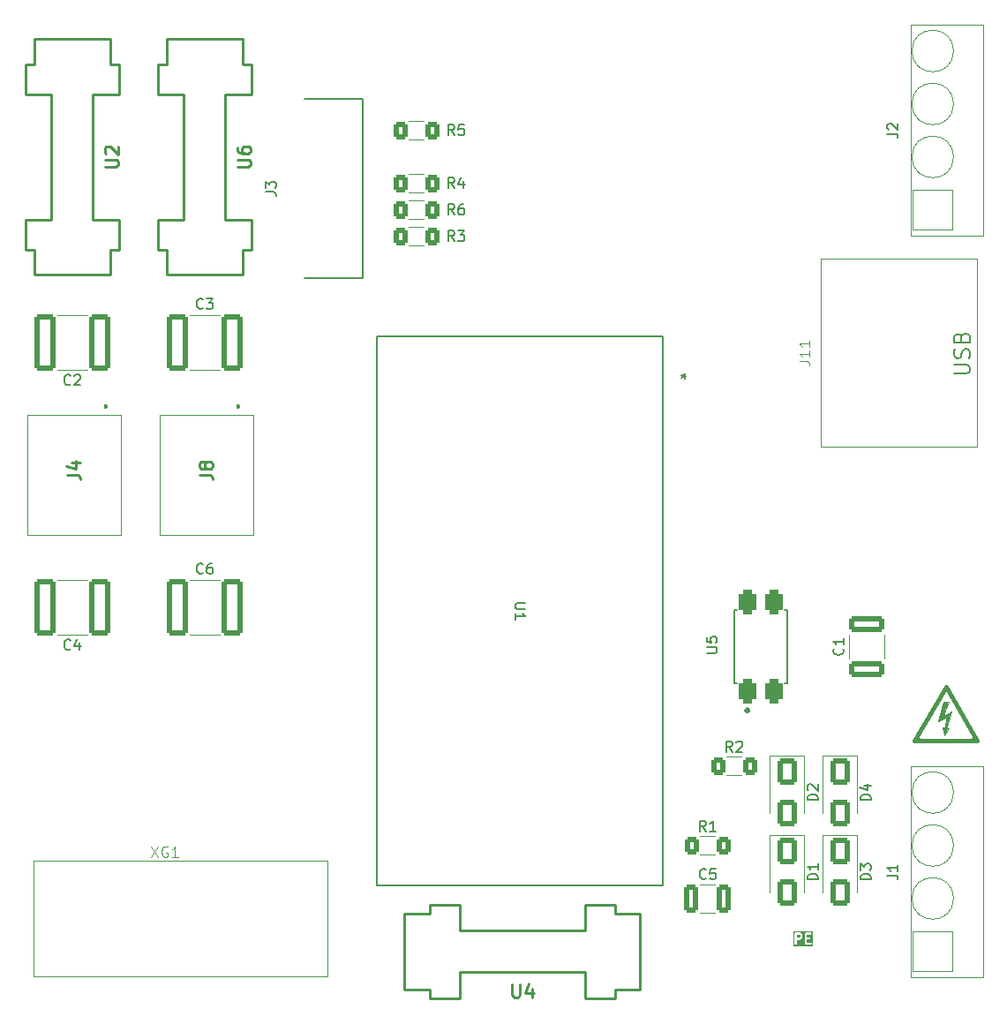
<source format=gbr>
%TF.GenerationSoftware,KiCad,Pcbnew,8.0.6-8.0.6-0~ubuntu24.04.1*%
%TF.CreationDate,2024-12-11T16:39:26+03:00*%
%TF.ProjectId,PM-PS,504d2d50-532e-46b6-9963-61645f706362,rev?*%
%TF.SameCoordinates,Original*%
%TF.FileFunction,Legend,Top*%
%TF.FilePolarity,Positive*%
%FSLAX46Y46*%
G04 Gerber Fmt 4.6, Leading zero omitted, Abs format (unit mm)*
G04 Created by KiCad (PCBNEW 8.0.6-8.0.6-0~ubuntu24.04.1) date 2024-12-11 16:39:26*
%MOMM*%
%LPD*%
G01*
G04 APERTURE LIST*
G04 Aperture macros list*
%AMRoundRect*
0 Rectangle with rounded corners*
0 $1 Rounding radius*
0 $2 $3 $4 $5 $6 $7 $8 $9 X,Y pos of 4 corners*
0 Add a 4 corners polygon primitive as box body*
4,1,4,$2,$3,$4,$5,$6,$7,$8,$9,$2,$3,0*
0 Add four circle primitives for the rounded corners*
1,1,$1+$1,$2,$3*
1,1,$1+$1,$4,$5*
1,1,$1+$1,$6,$7*
1,1,$1+$1,$8,$9*
0 Add four rect primitives between the rounded corners*
20,1,$1+$1,$2,$3,$4,$5,0*
20,1,$1+$1,$4,$5,$6,$7,0*
20,1,$1+$1,$6,$7,$8,$9,0*
20,1,$1+$1,$8,$9,$2,$3,0*%
G04 Aperture macros list end*
%ADD10C,0.200000*%
%ADD11C,0.100000*%
%ADD12C,0.150000*%
%ADD13C,0.254000*%
%ADD14C,0.050000*%
%ADD15C,0.120000*%
%ADD16C,0.300000*%
%ADD17C,0.152400*%
%ADD18C,0.400000*%
%ADD19C,0.101600*%
%ADD20C,0.127000*%
%ADD21C,1.800000*%
%ADD22RoundRect,0.250000X0.400000X0.625000X-0.400000X0.625000X-0.400000X-0.625000X0.400000X-0.625000X0*%
%ADD23RoundRect,0.250000X-0.650000X1.000000X-0.650000X-1.000000X0.650000X-1.000000X0.650000X1.000000X0*%
%ADD24C,1.950000*%
%ADD25RoundRect,0.250000X-0.412500X-1.100000X0.412500X-1.100000X0.412500X1.100000X-0.412500X1.100000X0*%
%ADD26R,3.500000X3.500000*%
%ADD27C,3.500000*%
%ADD28C,1.803400*%
%ADD29RoundRect,0.249999X-0.737501X-2.450001X0.737501X-2.450001X0.737501X2.450001X-0.737501X2.450001X0*%
%ADD30RoundRect,0.249999X0.737501X2.450001X-0.737501X2.450001X-0.737501X-2.450001X0.737501X-2.450001X0*%
%ADD31C,2.650000*%
%ADD32C,2.350000*%
%ADD33RoundRect,0.250000X-0.400000X-0.625000X0.400000X-0.625000X0.400000X0.625000X-0.400000X0.625000X0*%
%ADD34RoundRect,0.250000X1.450000X-0.537500X1.450000X0.537500X-1.450000X0.537500X-1.450000X-0.537500X0*%
%ADD35C,2.500000*%
%ADD36R,1.524000X1.524000*%
%ADD37C,1.524000*%
%ADD38R,1.803400X0.635000*%
%ADD39R,2.997200X2.590800*%
%ADD40RoundRect,0.443500X0.443500X-0.723500X0.443500X0.723500X-0.443500X0.723500X-0.443500X-0.723500X0*%
%ADD41O,6.350000X6.350000*%
G04 APERTURE END LIST*
D10*
G36*
X31702668Y-41582024D02*
G01*
X31727337Y-41606692D01*
X31757142Y-41666302D01*
X31757142Y-41761945D01*
X31727337Y-41821554D01*
X31702668Y-41846222D01*
X31643059Y-41876028D01*
X31385714Y-41876028D01*
X31385714Y-41552219D01*
X31643059Y-41552219D01*
X31702668Y-41582024D01*
G37*
G36*
X32971094Y-42663330D02*
G01*
X31074603Y-42663330D01*
X31074603Y-41452219D01*
X31185714Y-41452219D01*
X31185714Y-42452219D01*
X31187635Y-42471728D01*
X31202567Y-42507776D01*
X31230157Y-42535366D01*
X31266205Y-42550298D01*
X31305223Y-42550298D01*
X31341271Y-42535366D01*
X31368861Y-42507776D01*
X31383793Y-42471728D01*
X31385714Y-42452219D01*
X31385714Y-42076028D01*
X31666666Y-42076028D01*
X31686175Y-42074107D01*
X31689495Y-42072731D01*
X31693079Y-42072477D01*
X31711387Y-42065471D01*
X31806625Y-42017852D01*
X31815021Y-42012566D01*
X31817461Y-42011556D01*
X31820207Y-42009302D01*
X31823215Y-42007409D01*
X31824944Y-42005414D01*
X31832615Y-41999120D01*
X31880233Y-41951501D01*
X31886525Y-41943834D01*
X31888523Y-41942102D01*
X31890416Y-41939093D01*
X31892670Y-41936348D01*
X31893680Y-41933907D01*
X31898966Y-41925511D01*
X31946585Y-41830274D01*
X31953591Y-41811965D01*
X31953845Y-41808381D01*
X31955221Y-41805061D01*
X31957142Y-41785552D01*
X31957142Y-41642695D01*
X31955221Y-41623186D01*
X31953845Y-41619865D01*
X31953591Y-41616282D01*
X31946585Y-41597973D01*
X31898966Y-41502736D01*
X31893680Y-41494339D01*
X31892670Y-41491899D01*
X31890416Y-41489153D01*
X31888523Y-41486145D01*
X31886525Y-41484412D01*
X31880233Y-41476746D01*
X31855707Y-41452219D01*
X32185714Y-41452219D01*
X32185714Y-42452219D01*
X32187635Y-42471728D01*
X32202567Y-42507776D01*
X32230157Y-42535366D01*
X32266205Y-42550298D01*
X32285714Y-42552219D01*
X32761904Y-42552219D01*
X32781413Y-42550298D01*
X32817461Y-42535366D01*
X32845051Y-42507776D01*
X32859983Y-42471728D01*
X32859983Y-42432710D01*
X32845051Y-42396662D01*
X32817461Y-42369072D01*
X32781413Y-42354140D01*
X32761904Y-42352219D01*
X32385714Y-42352219D01*
X32385714Y-42028409D01*
X32619047Y-42028409D01*
X32638556Y-42026488D01*
X32674604Y-42011556D01*
X32702194Y-41983966D01*
X32717126Y-41947918D01*
X32717126Y-41908900D01*
X32702194Y-41872852D01*
X32674604Y-41845262D01*
X32638556Y-41830330D01*
X32619047Y-41828409D01*
X32385714Y-41828409D01*
X32385714Y-41552219D01*
X32761904Y-41552219D01*
X32781413Y-41550298D01*
X32817461Y-41535366D01*
X32845051Y-41507776D01*
X32859983Y-41471728D01*
X32859983Y-41432710D01*
X32845051Y-41396662D01*
X32817461Y-41369072D01*
X32781413Y-41354140D01*
X32761904Y-41352219D01*
X32285714Y-41352219D01*
X32266205Y-41354140D01*
X32230157Y-41369072D01*
X32202567Y-41396662D01*
X32187635Y-41432710D01*
X32185714Y-41452219D01*
X31855707Y-41452219D01*
X31832615Y-41429127D01*
X31824944Y-41422832D01*
X31823215Y-41420838D01*
X31820207Y-41418944D01*
X31817461Y-41416691D01*
X31815021Y-41415680D01*
X31806625Y-41410395D01*
X31711387Y-41362776D01*
X31693079Y-41355770D01*
X31689495Y-41355515D01*
X31686175Y-41354140D01*
X31666666Y-41352219D01*
X31285714Y-41352219D01*
X31266205Y-41354140D01*
X31230157Y-41369072D01*
X31202567Y-41396662D01*
X31187635Y-41432710D01*
X31185714Y-41452219D01*
X31074603Y-41452219D01*
X31074603Y-41241108D01*
X32971094Y-41241108D01*
X32971094Y-42663330D01*
G37*
D11*
X-30519524Y-33112419D02*
X-29852858Y-34112419D01*
X-29852858Y-33112419D02*
X-30519524Y-34112419D01*
X-28948096Y-33160038D02*
X-29043334Y-33112419D01*
X-29043334Y-33112419D02*
X-29186191Y-33112419D01*
X-29186191Y-33112419D02*
X-29329048Y-33160038D01*
X-29329048Y-33160038D02*
X-29424286Y-33255276D01*
X-29424286Y-33255276D02*
X-29471905Y-33350514D01*
X-29471905Y-33350514D02*
X-29519524Y-33540990D01*
X-29519524Y-33540990D02*
X-29519524Y-33683847D01*
X-29519524Y-33683847D02*
X-29471905Y-33874323D01*
X-29471905Y-33874323D02*
X-29424286Y-33969561D01*
X-29424286Y-33969561D02*
X-29329048Y-34064800D01*
X-29329048Y-34064800D02*
X-29186191Y-34112419D01*
X-29186191Y-34112419D02*
X-29090953Y-34112419D01*
X-29090953Y-34112419D02*
X-28948096Y-34064800D01*
X-28948096Y-34064800D02*
X-28900477Y-34017180D01*
X-28900477Y-34017180D02*
X-28900477Y-33683847D01*
X-28900477Y-33683847D02*
X-29090953Y-33683847D01*
X-27948096Y-34112419D02*
X-28519524Y-34112419D01*
X-28233810Y-34112419D02*
X-28233810Y-33112419D01*
X-28233810Y-33112419D02*
X-28329048Y-33255276D01*
X-28329048Y-33255276D02*
X-28424286Y-33350514D01*
X-28424286Y-33350514D02*
X-28519524Y-33398133D01*
D12*
X-1436667Y35105181D02*
X-1770000Y35581372D01*
X-2008095Y35105181D02*
X-2008095Y36105181D01*
X-2008095Y36105181D02*
X-1627143Y36105181D01*
X-1627143Y36105181D02*
X-1531905Y36057562D01*
X-1531905Y36057562D02*
X-1484286Y36009943D01*
X-1484286Y36009943D02*
X-1436667Y35914705D01*
X-1436667Y35914705D02*
X-1436667Y35771848D01*
X-1436667Y35771848D02*
X-1484286Y35676610D01*
X-1484286Y35676610D02*
X-1531905Y35628991D01*
X-1531905Y35628991D02*
X-1627143Y35581372D01*
X-1627143Y35581372D02*
X-2008095Y35581372D01*
X-531905Y36105181D02*
X-1008095Y36105181D01*
X-1008095Y36105181D02*
X-1055714Y35628991D01*
X-1055714Y35628991D02*
X-1008095Y35676610D01*
X-1008095Y35676610D02*
X-912857Y35724229D01*
X-912857Y35724229D02*
X-674762Y35724229D01*
X-674762Y35724229D02*
X-579524Y35676610D01*
X-579524Y35676610D02*
X-531905Y35628991D01*
X-531905Y35628991D02*
X-484286Y35533753D01*
X-484286Y35533753D02*
X-484286Y35295658D01*
X-484286Y35295658D02*
X-531905Y35200420D01*
X-531905Y35200420D02*
X-579524Y35152800D01*
X-579524Y35152800D02*
X-674762Y35105181D01*
X-674762Y35105181D02*
X-912857Y35105181D01*
X-912857Y35105181D02*
X-1008095Y35152800D01*
X-1008095Y35152800D02*
X-1055714Y35200420D01*
X33434819Y-28678094D02*
X32434819Y-28678094D01*
X32434819Y-28678094D02*
X32434819Y-28439999D01*
X32434819Y-28439999D02*
X32482438Y-28297142D01*
X32482438Y-28297142D02*
X32577676Y-28201904D01*
X32577676Y-28201904D02*
X32672914Y-28154285D01*
X32672914Y-28154285D02*
X32863390Y-28106666D01*
X32863390Y-28106666D02*
X33006247Y-28106666D01*
X33006247Y-28106666D02*
X33196723Y-28154285D01*
X33196723Y-28154285D02*
X33291961Y-28201904D01*
X33291961Y-28201904D02*
X33387200Y-28297142D01*
X33387200Y-28297142D02*
X33434819Y-28439999D01*
X33434819Y-28439999D02*
X33434819Y-28678094D01*
X32530057Y-27725713D02*
X32482438Y-27678094D01*
X32482438Y-27678094D02*
X32434819Y-27582856D01*
X32434819Y-27582856D02*
X32434819Y-27344761D01*
X32434819Y-27344761D02*
X32482438Y-27249523D01*
X32482438Y-27249523D02*
X32530057Y-27201904D01*
X32530057Y-27201904D02*
X32625295Y-27154285D01*
X32625295Y-27154285D02*
X32720533Y-27154285D01*
X32720533Y-27154285D02*
X32863390Y-27201904D01*
X32863390Y-27201904D02*
X33434819Y-27773332D01*
X33434819Y-27773332D02*
X33434819Y-27154285D01*
D13*
X-25905682Y2541668D02*
X-24998539Y2541668D01*
X-24998539Y2541668D02*
X-24817111Y2481191D01*
X-24817111Y2481191D02*
X-24696158Y2360239D01*
X-24696158Y2360239D02*
X-24635682Y2178810D01*
X-24635682Y2178810D02*
X-24635682Y2057858D01*
X-25361397Y3327858D02*
X-25421873Y3206906D01*
X-25421873Y3206906D02*
X-25482349Y3146429D01*
X-25482349Y3146429D02*
X-25603301Y3085953D01*
X-25603301Y3085953D02*
X-25663778Y3085953D01*
X-25663778Y3085953D02*
X-25784730Y3146429D01*
X-25784730Y3146429D02*
X-25845206Y3206906D01*
X-25845206Y3206906D02*
X-25905682Y3327858D01*
X-25905682Y3327858D02*
X-25905682Y3569763D01*
X-25905682Y3569763D02*
X-25845206Y3690715D01*
X-25845206Y3690715D02*
X-25784730Y3751191D01*
X-25784730Y3751191D02*
X-25663778Y3811668D01*
X-25663778Y3811668D02*
X-25603301Y3811668D01*
X-25603301Y3811668D02*
X-25482349Y3751191D01*
X-25482349Y3751191D02*
X-25421873Y3690715D01*
X-25421873Y3690715D02*
X-25361397Y3569763D01*
X-25361397Y3569763D02*
X-25361397Y3327858D01*
X-25361397Y3327858D02*
X-25300920Y3206906D01*
X-25300920Y3206906D02*
X-25240444Y3146429D01*
X-25240444Y3146429D02*
X-25119492Y3085953D01*
X-25119492Y3085953D02*
X-24877587Y3085953D01*
X-24877587Y3085953D02*
X-24756635Y3146429D01*
X-24756635Y3146429D02*
X-24696158Y3206906D01*
X-24696158Y3206906D02*
X-24635682Y3327858D01*
X-24635682Y3327858D02*
X-24635682Y3569763D01*
X-24635682Y3569763D02*
X-24696158Y3690715D01*
X-24696158Y3690715D02*
X-24756635Y3751191D01*
X-24756635Y3751191D02*
X-24877587Y3811668D01*
X-24877587Y3811668D02*
X-25119492Y3811668D01*
X-25119492Y3811668D02*
X-25240444Y3751191D01*
X-25240444Y3751191D02*
X-25300920Y3690715D01*
X-25300920Y3690715D02*
X-25361397Y3569763D01*
D12*
X22693333Y-36159580D02*
X22645714Y-36207200D01*
X22645714Y-36207200D02*
X22502857Y-36254819D01*
X22502857Y-36254819D02*
X22407619Y-36254819D01*
X22407619Y-36254819D02*
X22264762Y-36207200D01*
X22264762Y-36207200D02*
X22169524Y-36111961D01*
X22169524Y-36111961D02*
X22121905Y-36016723D01*
X22121905Y-36016723D02*
X22074286Y-35826247D01*
X22074286Y-35826247D02*
X22074286Y-35683390D01*
X22074286Y-35683390D02*
X22121905Y-35492914D01*
X22121905Y-35492914D02*
X22169524Y-35397676D01*
X22169524Y-35397676D02*
X22264762Y-35302438D01*
X22264762Y-35302438D02*
X22407619Y-35254819D01*
X22407619Y-35254819D02*
X22502857Y-35254819D01*
X22502857Y-35254819D02*
X22645714Y-35302438D01*
X22645714Y-35302438D02*
X22693333Y-35350057D01*
X23598095Y-35254819D02*
X23121905Y-35254819D01*
X23121905Y-35254819D02*
X23074286Y-35731009D01*
X23074286Y-35731009D02*
X23121905Y-35683390D01*
X23121905Y-35683390D02*
X23217143Y-35635771D01*
X23217143Y-35635771D02*
X23455238Y-35635771D01*
X23455238Y-35635771D02*
X23550476Y-35683390D01*
X23550476Y-35683390D02*
X23598095Y-35731009D01*
X23598095Y-35731009D02*
X23645714Y-35826247D01*
X23645714Y-35826247D02*
X23645714Y-36064342D01*
X23645714Y-36064342D02*
X23598095Y-36159580D01*
X23598095Y-36159580D02*
X23550476Y-36207200D01*
X23550476Y-36207200D02*
X23455238Y-36254819D01*
X23455238Y-36254819D02*
X23217143Y-36254819D01*
X23217143Y-36254819D02*
X23121905Y-36207200D01*
X23121905Y-36207200D02*
X23074286Y-36159580D01*
X40094819Y35226667D02*
X40809104Y35226667D01*
X40809104Y35226667D02*
X40951961Y35179048D01*
X40951961Y35179048D02*
X41047200Y35083810D01*
X41047200Y35083810D02*
X41094819Y34940953D01*
X41094819Y34940953D02*
X41094819Y34845715D01*
X40190057Y35655239D02*
X40142438Y35702858D01*
X40142438Y35702858D02*
X40094819Y35798096D01*
X40094819Y35798096D02*
X40094819Y36036191D01*
X40094819Y36036191D02*
X40142438Y36131429D01*
X40142438Y36131429D02*
X40190057Y36179048D01*
X40190057Y36179048D02*
X40285295Y36226667D01*
X40285295Y36226667D02*
X40380533Y36226667D01*
X40380533Y36226667D02*
X40523390Y36179048D01*
X40523390Y36179048D02*
X41094819Y35607620D01*
X41094819Y35607620D02*
X41094819Y36226667D01*
X5383482Y-9758101D02*
X4573959Y-9758101D01*
X4573959Y-9758101D02*
X4478721Y-9805720D01*
X4478721Y-9805720D02*
X4431102Y-9853339D01*
X4431102Y-9853339D02*
X4383482Y-9948577D01*
X4383482Y-9948577D02*
X4383482Y-10139053D01*
X4383482Y-10139053D02*
X4431102Y-10234291D01*
X4431102Y-10234291D02*
X4478721Y-10281910D01*
X4478721Y-10281910D02*
X4573959Y-10329529D01*
X4573959Y-10329529D02*
X5383482Y-10329529D01*
X4383482Y-11329529D02*
X4383482Y-10758101D01*
X4383482Y-11043815D02*
X5383482Y-11043815D01*
X5383482Y-11043815D02*
X5240625Y-10948577D01*
X5240625Y-10948577D02*
X5145387Y-10853339D01*
X5145387Y-10853339D02*
X5097768Y-10758101D01*
X20785180Y11980000D02*
X20547085Y11980000D01*
X20642323Y12218095D02*
X20547085Y11980000D01*
X20547085Y11980000D02*
X20642323Y11741905D01*
X20356609Y12122857D02*
X20547085Y11980000D01*
X20547085Y11980000D02*
X20356609Y11837143D01*
X40094819Y-35893333D02*
X40809104Y-35893333D01*
X40809104Y-35893333D02*
X40951961Y-35940952D01*
X40951961Y-35940952D02*
X41047200Y-36036190D01*
X41047200Y-36036190D02*
X41094819Y-36179047D01*
X41094819Y-36179047D02*
X41094819Y-36274285D01*
X41094819Y-34893333D02*
X41094819Y-35464761D01*
X41094819Y-35179047D02*
X40094819Y-35179047D01*
X40094819Y-35179047D02*
X40237676Y-35274285D01*
X40237676Y-35274285D02*
X40332914Y-35369523D01*
X40332914Y-35369523D02*
X40380533Y-35464761D01*
X-25566667Y18530420D02*
X-25614286Y18482800D01*
X-25614286Y18482800D02*
X-25757143Y18435181D01*
X-25757143Y18435181D02*
X-25852381Y18435181D01*
X-25852381Y18435181D02*
X-25995238Y18482800D01*
X-25995238Y18482800D02*
X-26090476Y18578039D01*
X-26090476Y18578039D02*
X-26138095Y18673277D01*
X-26138095Y18673277D02*
X-26185714Y18863753D01*
X-26185714Y18863753D02*
X-26185714Y19006610D01*
X-26185714Y19006610D02*
X-26138095Y19197086D01*
X-26138095Y19197086D02*
X-26090476Y19292324D01*
X-26090476Y19292324D02*
X-25995238Y19387562D01*
X-25995238Y19387562D02*
X-25852381Y19435181D01*
X-25852381Y19435181D02*
X-25757143Y19435181D01*
X-25757143Y19435181D02*
X-25614286Y19387562D01*
X-25614286Y19387562D02*
X-25566667Y19339943D01*
X-25233333Y19435181D02*
X-24614286Y19435181D01*
X-24614286Y19435181D02*
X-24947619Y19054229D01*
X-24947619Y19054229D02*
X-24804762Y19054229D01*
X-24804762Y19054229D02*
X-24709524Y19006610D01*
X-24709524Y19006610D02*
X-24661905Y18958991D01*
X-24661905Y18958991D02*
X-24614286Y18863753D01*
X-24614286Y18863753D02*
X-24614286Y18625658D01*
X-24614286Y18625658D02*
X-24661905Y18530420D01*
X-24661905Y18530420D02*
X-24709524Y18482800D01*
X-24709524Y18482800D02*
X-24804762Y18435181D01*
X-24804762Y18435181D02*
X-25090476Y18435181D01*
X-25090476Y18435181D02*
X-25185714Y18482800D01*
X-25185714Y18482800D02*
X-25233333Y18530420D01*
X-38266667Y-14169580D02*
X-38314286Y-14217200D01*
X-38314286Y-14217200D02*
X-38457143Y-14264819D01*
X-38457143Y-14264819D02*
X-38552381Y-14264819D01*
X-38552381Y-14264819D02*
X-38695238Y-14217200D01*
X-38695238Y-14217200D02*
X-38790476Y-14121961D01*
X-38790476Y-14121961D02*
X-38838095Y-14026723D01*
X-38838095Y-14026723D02*
X-38885714Y-13836247D01*
X-38885714Y-13836247D02*
X-38885714Y-13693390D01*
X-38885714Y-13693390D02*
X-38838095Y-13502914D01*
X-38838095Y-13502914D02*
X-38790476Y-13407676D01*
X-38790476Y-13407676D02*
X-38695238Y-13312438D01*
X-38695238Y-13312438D02*
X-38552381Y-13264819D01*
X-38552381Y-13264819D02*
X-38457143Y-13264819D01*
X-38457143Y-13264819D02*
X-38314286Y-13312438D01*
X-38314286Y-13312438D02*
X-38266667Y-13360057D01*
X-37409524Y-13598152D02*
X-37409524Y-14264819D01*
X-37647619Y-13217200D02*
X-37885714Y-13931485D01*
X-37885714Y-13931485D02*
X-37266667Y-13931485D01*
D13*
X-22285682Y32052381D02*
X-21257587Y32052381D01*
X-21257587Y32052381D02*
X-21136635Y32112858D01*
X-21136635Y32112858D02*
X-21076158Y32173334D01*
X-21076158Y32173334D02*
X-21015682Y32294286D01*
X-21015682Y32294286D02*
X-21015682Y32536191D01*
X-21015682Y32536191D02*
X-21076158Y32657143D01*
X-21076158Y32657143D02*
X-21136635Y32717620D01*
X-21136635Y32717620D02*
X-21257587Y32778096D01*
X-21257587Y32778096D02*
X-22285682Y32778096D01*
X-22285682Y33927143D02*
X-22285682Y33685238D01*
X-22285682Y33685238D02*
X-22225206Y33564286D01*
X-22225206Y33564286D02*
X-22164730Y33503810D01*
X-22164730Y33503810D02*
X-21983301Y33382857D01*
X-21983301Y33382857D02*
X-21741397Y33322381D01*
X-21741397Y33322381D02*
X-21257587Y33322381D01*
X-21257587Y33322381D02*
X-21136635Y33382857D01*
X-21136635Y33382857D02*
X-21076158Y33443334D01*
X-21076158Y33443334D02*
X-21015682Y33564286D01*
X-21015682Y33564286D02*
X-21015682Y33806191D01*
X-21015682Y33806191D02*
X-21076158Y33927143D01*
X-21076158Y33927143D02*
X-21136635Y33987619D01*
X-21136635Y33987619D02*
X-21257587Y34048096D01*
X-21257587Y34048096D02*
X-21559968Y34048096D01*
X-21559968Y34048096D02*
X-21680920Y33987619D01*
X-21680920Y33987619D02*
X-21741397Y33927143D01*
X-21741397Y33927143D02*
X-21801873Y33806191D01*
X-21801873Y33806191D02*
X-21801873Y33564286D01*
X-21801873Y33564286D02*
X-21741397Y33443334D01*
X-21741397Y33443334D02*
X-21680920Y33382857D01*
X-21680920Y33382857D02*
X-21559968Y33322381D01*
D12*
X22693333Y-31654819D02*
X22360000Y-31178628D01*
X22121905Y-31654819D02*
X22121905Y-30654819D01*
X22121905Y-30654819D02*
X22502857Y-30654819D01*
X22502857Y-30654819D02*
X22598095Y-30702438D01*
X22598095Y-30702438D02*
X22645714Y-30750057D01*
X22645714Y-30750057D02*
X22693333Y-30845295D01*
X22693333Y-30845295D02*
X22693333Y-30988152D01*
X22693333Y-30988152D02*
X22645714Y-31083390D01*
X22645714Y-31083390D02*
X22598095Y-31131009D01*
X22598095Y-31131009D02*
X22502857Y-31178628D01*
X22502857Y-31178628D02*
X22121905Y-31178628D01*
X23645714Y-31654819D02*
X23074286Y-31654819D01*
X23360000Y-31654819D02*
X23360000Y-30654819D01*
X23360000Y-30654819D02*
X23264762Y-30797676D01*
X23264762Y-30797676D02*
X23169524Y-30892914D01*
X23169524Y-30892914D02*
X23074286Y-30940533D01*
X25233333Y-24034819D02*
X24900000Y-23558628D01*
X24661905Y-24034819D02*
X24661905Y-23034819D01*
X24661905Y-23034819D02*
X25042857Y-23034819D01*
X25042857Y-23034819D02*
X25138095Y-23082438D01*
X25138095Y-23082438D02*
X25185714Y-23130057D01*
X25185714Y-23130057D02*
X25233333Y-23225295D01*
X25233333Y-23225295D02*
X25233333Y-23368152D01*
X25233333Y-23368152D02*
X25185714Y-23463390D01*
X25185714Y-23463390D02*
X25138095Y-23511009D01*
X25138095Y-23511009D02*
X25042857Y-23558628D01*
X25042857Y-23558628D02*
X24661905Y-23558628D01*
X25614286Y-23130057D02*
X25661905Y-23082438D01*
X25661905Y-23082438D02*
X25757143Y-23034819D01*
X25757143Y-23034819D02*
X25995238Y-23034819D01*
X25995238Y-23034819D02*
X26090476Y-23082438D01*
X26090476Y-23082438D02*
X26138095Y-23130057D01*
X26138095Y-23130057D02*
X26185714Y-23225295D01*
X26185714Y-23225295D02*
X26185714Y-23320533D01*
X26185714Y-23320533D02*
X26138095Y-23463390D01*
X26138095Y-23463390D02*
X25566667Y-24034819D01*
X25566667Y-24034819D02*
X26185714Y-24034819D01*
X33434819Y-36298094D02*
X32434819Y-36298094D01*
X32434819Y-36298094D02*
X32434819Y-36059999D01*
X32434819Y-36059999D02*
X32482438Y-35917142D01*
X32482438Y-35917142D02*
X32577676Y-35821904D01*
X32577676Y-35821904D02*
X32672914Y-35774285D01*
X32672914Y-35774285D02*
X32863390Y-35726666D01*
X32863390Y-35726666D02*
X33006247Y-35726666D01*
X33006247Y-35726666D02*
X33196723Y-35774285D01*
X33196723Y-35774285D02*
X33291961Y-35821904D01*
X33291961Y-35821904D02*
X33387200Y-35917142D01*
X33387200Y-35917142D02*
X33434819Y-36059999D01*
X33434819Y-36059999D02*
X33434819Y-36298094D01*
X33434819Y-34774285D02*
X33434819Y-35345713D01*
X33434819Y-35059999D02*
X32434819Y-35059999D01*
X32434819Y-35059999D02*
X32577676Y-35155237D01*
X32577676Y-35155237D02*
X32672914Y-35250475D01*
X32672914Y-35250475D02*
X32720533Y-35345713D01*
X35809580Y-14136666D02*
X35857200Y-14184285D01*
X35857200Y-14184285D02*
X35904819Y-14327142D01*
X35904819Y-14327142D02*
X35904819Y-14422380D01*
X35904819Y-14422380D02*
X35857200Y-14565237D01*
X35857200Y-14565237D02*
X35761961Y-14660475D01*
X35761961Y-14660475D02*
X35666723Y-14708094D01*
X35666723Y-14708094D02*
X35476247Y-14755713D01*
X35476247Y-14755713D02*
X35333390Y-14755713D01*
X35333390Y-14755713D02*
X35142914Y-14708094D01*
X35142914Y-14708094D02*
X35047676Y-14660475D01*
X35047676Y-14660475D02*
X34952438Y-14565237D01*
X34952438Y-14565237D02*
X34904819Y-14422380D01*
X34904819Y-14422380D02*
X34904819Y-14327142D01*
X34904819Y-14327142D02*
X34952438Y-14184285D01*
X34952438Y-14184285D02*
X35000057Y-14136666D01*
X35904819Y-13184285D02*
X35904819Y-13755713D01*
X35904819Y-13469999D02*
X34904819Y-13469999D01*
X34904819Y-13469999D02*
X35047676Y-13565237D01*
X35047676Y-13565237D02*
X35142914Y-13660475D01*
X35142914Y-13660475D02*
X35190533Y-13755713D01*
D13*
X4112380Y-46294318D02*
X4112380Y-47322413D01*
X4112380Y-47322413D02*
X4172857Y-47443365D01*
X4172857Y-47443365D02*
X4233333Y-47503842D01*
X4233333Y-47503842D02*
X4354285Y-47564318D01*
X4354285Y-47564318D02*
X4596190Y-47564318D01*
X4596190Y-47564318D02*
X4717142Y-47503842D01*
X4717142Y-47503842D02*
X4777619Y-47443365D01*
X4777619Y-47443365D02*
X4838095Y-47322413D01*
X4838095Y-47322413D02*
X4838095Y-46294318D01*
X5987142Y-46717651D02*
X5987142Y-47564318D01*
X5684761Y-46233842D02*
X5382380Y-47140984D01*
X5382380Y-47140984D02*
X6168571Y-47140984D01*
D12*
X38514819Y-36298094D02*
X37514819Y-36298094D01*
X37514819Y-36298094D02*
X37514819Y-36059999D01*
X37514819Y-36059999D02*
X37562438Y-35917142D01*
X37562438Y-35917142D02*
X37657676Y-35821904D01*
X37657676Y-35821904D02*
X37752914Y-35774285D01*
X37752914Y-35774285D02*
X37943390Y-35726666D01*
X37943390Y-35726666D02*
X38086247Y-35726666D01*
X38086247Y-35726666D02*
X38276723Y-35774285D01*
X38276723Y-35774285D02*
X38371961Y-35821904D01*
X38371961Y-35821904D02*
X38467200Y-35917142D01*
X38467200Y-35917142D02*
X38514819Y-36059999D01*
X38514819Y-36059999D02*
X38514819Y-36298094D01*
X37514819Y-35393332D02*
X37514819Y-34774285D01*
X37514819Y-34774285D02*
X37895771Y-35107618D01*
X37895771Y-35107618D02*
X37895771Y-34964761D01*
X37895771Y-34964761D02*
X37943390Y-34869523D01*
X37943390Y-34869523D02*
X37991009Y-34821904D01*
X37991009Y-34821904D02*
X38086247Y-34774285D01*
X38086247Y-34774285D02*
X38324342Y-34774285D01*
X38324342Y-34774285D02*
X38419580Y-34821904D01*
X38419580Y-34821904D02*
X38467200Y-34869523D01*
X38467200Y-34869523D02*
X38514819Y-34964761D01*
X38514819Y-34964761D02*
X38514819Y-35250475D01*
X38514819Y-35250475D02*
X38467200Y-35345713D01*
X38467200Y-35345713D02*
X38419580Y-35393332D01*
X-1436667Y24945181D02*
X-1770000Y25421372D01*
X-2008095Y24945181D02*
X-2008095Y25945181D01*
X-2008095Y25945181D02*
X-1627143Y25945181D01*
X-1627143Y25945181D02*
X-1531905Y25897562D01*
X-1531905Y25897562D02*
X-1484286Y25849943D01*
X-1484286Y25849943D02*
X-1436667Y25754705D01*
X-1436667Y25754705D02*
X-1436667Y25611848D01*
X-1436667Y25611848D02*
X-1484286Y25516610D01*
X-1484286Y25516610D02*
X-1531905Y25468991D01*
X-1531905Y25468991D02*
X-1627143Y25421372D01*
X-1627143Y25421372D02*
X-2008095Y25421372D01*
X-1103333Y25945181D02*
X-484286Y25945181D01*
X-484286Y25945181D02*
X-817619Y25564229D01*
X-817619Y25564229D02*
X-674762Y25564229D01*
X-674762Y25564229D02*
X-579524Y25516610D01*
X-579524Y25516610D02*
X-531905Y25468991D01*
X-531905Y25468991D02*
X-484286Y25373753D01*
X-484286Y25373753D02*
X-484286Y25135658D01*
X-484286Y25135658D02*
X-531905Y25040420D01*
X-531905Y25040420D02*
X-579524Y24992800D01*
X-579524Y24992800D02*
X-674762Y24945181D01*
X-674762Y24945181D02*
X-960476Y24945181D01*
X-960476Y24945181D02*
X-1055714Y24992800D01*
X-1055714Y24992800D02*
X-1103333Y25040420D01*
D11*
X31649919Y13430477D02*
X32364204Y13430477D01*
X32364204Y13430477D02*
X32507061Y13382858D01*
X32507061Y13382858D02*
X32602300Y13287620D01*
X32602300Y13287620D02*
X32649919Y13144763D01*
X32649919Y13144763D02*
X32649919Y13049525D01*
X32649919Y14430477D02*
X32649919Y13859049D01*
X32649919Y14144763D02*
X31649919Y14144763D01*
X31649919Y14144763D02*
X31792776Y14049525D01*
X31792776Y14049525D02*
X31888014Y13954287D01*
X31888014Y13954287D02*
X31935633Y13859049D01*
X32649919Y15382858D02*
X32649919Y14811430D01*
X32649919Y15097144D02*
X31649919Y15097144D01*
X31649919Y15097144D02*
X31792776Y15001906D01*
X31792776Y15001906D02*
X31888014Y14906668D01*
X31888014Y14906668D02*
X31935633Y14811430D01*
D10*
X46498528Y12228721D02*
X47712814Y12228721D01*
X47712814Y12228721D02*
X47855671Y12300150D01*
X47855671Y12300150D02*
X47927100Y12371578D01*
X47927100Y12371578D02*
X47998528Y12514436D01*
X47998528Y12514436D02*
X47998528Y12800150D01*
X47998528Y12800150D02*
X47927100Y12943007D01*
X47927100Y12943007D02*
X47855671Y13014436D01*
X47855671Y13014436D02*
X47712814Y13085864D01*
X47712814Y13085864D02*
X46498528Y13085864D01*
X47927100Y13728722D02*
X47998528Y13943007D01*
X47998528Y13943007D02*
X47998528Y14300150D01*
X47998528Y14300150D02*
X47927100Y14443007D01*
X47927100Y14443007D02*
X47855671Y14514436D01*
X47855671Y14514436D02*
X47712814Y14585865D01*
X47712814Y14585865D02*
X47569957Y14585865D01*
X47569957Y14585865D02*
X47427100Y14514436D01*
X47427100Y14514436D02*
X47355671Y14443007D01*
X47355671Y14443007D02*
X47284242Y14300150D01*
X47284242Y14300150D02*
X47212814Y14014436D01*
X47212814Y14014436D02*
X47141385Y13871579D01*
X47141385Y13871579D02*
X47069957Y13800150D01*
X47069957Y13800150D02*
X46927100Y13728722D01*
X46927100Y13728722D02*
X46784242Y13728722D01*
X46784242Y13728722D02*
X46641385Y13800150D01*
X46641385Y13800150D02*
X46569957Y13871579D01*
X46569957Y13871579D02*
X46498528Y14014436D01*
X46498528Y14014436D02*
X46498528Y14371579D01*
X46498528Y14371579D02*
X46569957Y14585865D01*
X47212814Y15728721D02*
X47284242Y15943007D01*
X47284242Y15943007D02*
X47355671Y16014436D01*
X47355671Y16014436D02*
X47498528Y16085864D01*
X47498528Y16085864D02*
X47712814Y16085864D01*
X47712814Y16085864D02*
X47855671Y16014436D01*
X47855671Y16014436D02*
X47927100Y15943007D01*
X47927100Y15943007D02*
X47998528Y15800150D01*
X47998528Y15800150D02*
X47998528Y15228721D01*
X47998528Y15228721D02*
X46498528Y15228721D01*
X46498528Y15228721D02*
X46498528Y15728721D01*
X46498528Y15728721D02*
X46569957Y15871578D01*
X46569957Y15871578D02*
X46641385Y15943007D01*
X46641385Y15943007D02*
X46784242Y16014436D01*
X46784242Y16014436D02*
X46927100Y16014436D01*
X46927100Y16014436D02*
X47069957Y15943007D01*
X47069957Y15943007D02*
X47141385Y15871578D01*
X47141385Y15871578D02*
X47212814Y15728721D01*
X47212814Y15728721D02*
X47212814Y15228721D01*
D12*
X-25566667Y-6869580D02*
X-25614286Y-6917200D01*
X-25614286Y-6917200D02*
X-25757143Y-6964819D01*
X-25757143Y-6964819D02*
X-25852381Y-6964819D01*
X-25852381Y-6964819D02*
X-25995238Y-6917200D01*
X-25995238Y-6917200D02*
X-26090476Y-6821961D01*
X-26090476Y-6821961D02*
X-26138095Y-6726723D01*
X-26138095Y-6726723D02*
X-26185714Y-6536247D01*
X-26185714Y-6536247D02*
X-26185714Y-6393390D01*
X-26185714Y-6393390D02*
X-26138095Y-6202914D01*
X-26138095Y-6202914D02*
X-26090476Y-6107676D01*
X-26090476Y-6107676D02*
X-25995238Y-6012438D01*
X-25995238Y-6012438D02*
X-25852381Y-5964819D01*
X-25852381Y-5964819D02*
X-25757143Y-5964819D01*
X-25757143Y-5964819D02*
X-25614286Y-6012438D01*
X-25614286Y-6012438D02*
X-25566667Y-6060057D01*
X-24709524Y-5964819D02*
X-24900000Y-5964819D01*
X-24900000Y-5964819D02*
X-24995238Y-6012438D01*
X-24995238Y-6012438D02*
X-25042857Y-6060057D01*
X-25042857Y-6060057D02*
X-25138095Y-6202914D01*
X-25138095Y-6202914D02*
X-25185714Y-6393390D01*
X-25185714Y-6393390D02*
X-25185714Y-6774342D01*
X-25185714Y-6774342D02*
X-25138095Y-6869580D01*
X-25138095Y-6869580D02*
X-25090476Y-6917200D01*
X-25090476Y-6917200D02*
X-24995238Y-6964819D01*
X-24995238Y-6964819D02*
X-24804762Y-6964819D01*
X-24804762Y-6964819D02*
X-24709524Y-6917200D01*
X-24709524Y-6917200D02*
X-24661905Y-6869580D01*
X-24661905Y-6869580D02*
X-24614286Y-6774342D01*
X-24614286Y-6774342D02*
X-24614286Y-6536247D01*
X-24614286Y-6536247D02*
X-24661905Y-6441009D01*
X-24661905Y-6441009D02*
X-24709524Y-6393390D01*
X-24709524Y-6393390D02*
X-24804762Y-6345771D01*
X-24804762Y-6345771D02*
X-24995238Y-6345771D01*
X-24995238Y-6345771D02*
X-25090476Y-6393390D01*
X-25090476Y-6393390D02*
X-25138095Y-6441009D01*
X-25138095Y-6441009D02*
X-25185714Y-6536247D01*
X-19545181Y29666667D02*
X-18830896Y29666667D01*
X-18830896Y29666667D02*
X-18688039Y29619048D01*
X-18688039Y29619048D02*
X-18592800Y29523810D01*
X-18592800Y29523810D02*
X-18545181Y29380953D01*
X-18545181Y29380953D02*
X-18545181Y29285715D01*
X-19545181Y30047620D02*
X-19545181Y30666667D01*
X-19545181Y30666667D02*
X-19164229Y30333334D01*
X-19164229Y30333334D02*
X-19164229Y30476191D01*
X-19164229Y30476191D02*
X-19116610Y30571429D01*
X-19116610Y30571429D02*
X-19068991Y30619048D01*
X-19068991Y30619048D02*
X-18973753Y30666667D01*
X-18973753Y30666667D02*
X-18735658Y30666667D01*
X-18735658Y30666667D02*
X-18640420Y30619048D01*
X-18640420Y30619048D02*
X-18592800Y30571429D01*
X-18592800Y30571429D02*
X-18545181Y30476191D01*
X-18545181Y30476191D02*
X-18545181Y30190477D01*
X-18545181Y30190477D02*
X-18592800Y30095239D01*
X-18592800Y30095239D02*
X-18640420Y30047620D01*
D13*
X-34985682Y32052381D02*
X-33957587Y32052381D01*
X-33957587Y32052381D02*
X-33836635Y32112858D01*
X-33836635Y32112858D02*
X-33776158Y32173334D01*
X-33776158Y32173334D02*
X-33715682Y32294286D01*
X-33715682Y32294286D02*
X-33715682Y32536191D01*
X-33715682Y32536191D02*
X-33776158Y32657143D01*
X-33776158Y32657143D02*
X-33836635Y32717620D01*
X-33836635Y32717620D02*
X-33957587Y32778096D01*
X-33957587Y32778096D02*
X-34985682Y32778096D01*
X-34864730Y33322381D02*
X-34925206Y33382857D01*
X-34925206Y33382857D02*
X-34985682Y33503810D01*
X-34985682Y33503810D02*
X-34985682Y33806191D01*
X-34985682Y33806191D02*
X-34925206Y33927143D01*
X-34925206Y33927143D02*
X-34864730Y33987619D01*
X-34864730Y33987619D02*
X-34743778Y34048096D01*
X-34743778Y34048096D02*
X-34622825Y34048096D01*
X-34622825Y34048096D02*
X-34441397Y33987619D01*
X-34441397Y33987619D02*
X-33715682Y33261905D01*
X-33715682Y33261905D02*
X-33715682Y34048096D01*
D12*
X22759819Y-14556904D02*
X23569342Y-14556904D01*
X23569342Y-14556904D02*
X23664580Y-14509285D01*
X23664580Y-14509285D02*
X23712200Y-14461666D01*
X23712200Y-14461666D02*
X23759819Y-14366428D01*
X23759819Y-14366428D02*
X23759819Y-14175952D01*
X23759819Y-14175952D02*
X23712200Y-14080714D01*
X23712200Y-14080714D02*
X23664580Y-14033095D01*
X23664580Y-14033095D02*
X23569342Y-13985476D01*
X23569342Y-13985476D02*
X22759819Y-13985476D01*
X22759819Y-13033095D02*
X22759819Y-13509285D01*
X22759819Y-13509285D02*
X23236009Y-13556904D01*
X23236009Y-13556904D02*
X23188390Y-13509285D01*
X23188390Y-13509285D02*
X23140771Y-13414047D01*
X23140771Y-13414047D02*
X23140771Y-13175952D01*
X23140771Y-13175952D02*
X23188390Y-13080714D01*
X23188390Y-13080714D02*
X23236009Y-13033095D01*
X23236009Y-13033095D02*
X23331247Y-12985476D01*
X23331247Y-12985476D02*
X23569342Y-12985476D01*
X23569342Y-12985476D02*
X23664580Y-13033095D01*
X23664580Y-13033095D02*
X23712200Y-13080714D01*
X23712200Y-13080714D02*
X23759819Y-13175952D01*
X23759819Y-13175952D02*
X23759819Y-13414047D01*
X23759819Y-13414047D02*
X23712200Y-13509285D01*
X23712200Y-13509285D02*
X23664580Y-13556904D01*
X38514819Y-28678094D02*
X37514819Y-28678094D01*
X37514819Y-28678094D02*
X37514819Y-28439999D01*
X37514819Y-28439999D02*
X37562438Y-28297142D01*
X37562438Y-28297142D02*
X37657676Y-28201904D01*
X37657676Y-28201904D02*
X37752914Y-28154285D01*
X37752914Y-28154285D02*
X37943390Y-28106666D01*
X37943390Y-28106666D02*
X38086247Y-28106666D01*
X38086247Y-28106666D02*
X38276723Y-28154285D01*
X38276723Y-28154285D02*
X38371961Y-28201904D01*
X38371961Y-28201904D02*
X38467200Y-28297142D01*
X38467200Y-28297142D02*
X38514819Y-28439999D01*
X38514819Y-28439999D02*
X38514819Y-28678094D01*
X37848152Y-27249523D02*
X38514819Y-27249523D01*
X37467200Y-27487618D02*
X38181485Y-27725713D01*
X38181485Y-27725713D02*
X38181485Y-27106666D01*
X-38266667Y11230420D02*
X-38314286Y11182800D01*
X-38314286Y11182800D02*
X-38457143Y11135181D01*
X-38457143Y11135181D02*
X-38552381Y11135181D01*
X-38552381Y11135181D02*
X-38695238Y11182800D01*
X-38695238Y11182800D02*
X-38790476Y11278039D01*
X-38790476Y11278039D02*
X-38838095Y11373277D01*
X-38838095Y11373277D02*
X-38885714Y11563753D01*
X-38885714Y11563753D02*
X-38885714Y11706610D01*
X-38885714Y11706610D02*
X-38838095Y11897086D01*
X-38838095Y11897086D02*
X-38790476Y11992324D01*
X-38790476Y11992324D02*
X-38695238Y12087562D01*
X-38695238Y12087562D02*
X-38552381Y12135181D01*
X-38552381Y12135181D02*
X-38457143Y12135181D01*
X-38457143Y12135181D02*
X-38314286Y12087562D01*
X-38314286Y12087562D02*
X-38266667Y12039943D01*
X-37885714Y12039943D02*
X-37838095Y12087562D01*
X-37838095Y12087562D02*
X-37742857Y12135181D01*
X-37742857Y12135181D02*
X-37504762Y12135181D01*
X-37504762Y12135181D02*
X-37409524Y12087562D01*
X-37409524Y12087562D02*
X-37361905Y12039943D01*
X-37361905Y12039943D02*
X-37314286Y11944705D01*
X-37314286Y11944705D02*
X-37314286Y11849467D01*
X-37314286Y11849467D02*
X-37361905Y11706610D01*
X-37361905Y11706610D02*
X-37933333Y11135181D01*
X-37933333Y11135181D02*
X-37314286Y11135181D01*
D13*
X-38605682Y2541668D02*
X-37698539Y2541668D01*
X-37698539Y2541668D02*
X-37517111Y2481191D01*
X-37517111Y2481191D02*
X-37396158Y2360239D01*
X-37396158Y2360239D02*
X-37335682Y2178810D01*
X-37335682Y2178810D02*
X-37335682Y2057858D01*
X-38182349Y3690715D02*
X-37335682Y3690715D01*
X-38666158Y3388334D02*
X-37759016Y3085953D01*
X-37759016Y3085953D02*
X-37759016Y3872144D01*
D12*
X-1436667Y30025181D02*
X-1770000Y30501372D01*
X-2008095Y30025181D02*
X-2008095Y31025181D01*
X-2008095Y31025181D02*
X-1627143Y31025181D01*
X-1627143Y31025181D02*
X-1531905Y30977562D01*
X-1531905Y30977562D02*
X-1484286Y30929943D01*
X-1484286Y30929943D02*
X-1436667Y30834705D01*
X-1436667Y30834705D02*
X-1436667Y30691848D01*
X-1436667Y30691848D02*
X-1484286Y30596610D01*
X-1484286Y30596610D02*
X-1531905Y30548991D01*
X-1531905Y30548991D02*
X-1627143Y30501372D01*
X-1627143Y30501372D02*
X-2008095Y30501372D01*
X-579524Y30691848D02*
X-579524Y30025181D01*
X-817619Y31072800D02*
X-1055714Y30358515D01*
X-1055714Y30358515D02*
X-436667Y30358515D01*
X-1436667Y27485181D02*
X-1770000Y27961372D01*
X-2008095Y27485181D02*
X-2008095Y28485181D01*
X-2008095Y28485181D02*
X-1627143Y28485181D01*
X-1627143Y28485181D02*
X-1531905Y28437562D01*
X-1531905Y28437562D02*
X-1484286Y28389943D01*
X-1484286Y28389943D02*
X-1436667Y28294705D01*
X-1436667Y28294705D02*
X-1436667Y28151848D01*
X-1436667Y28151848D02*
X-1484286Y28056610D01*
X-1484286Y28056610D02*
X-1531905Y28008991D01*
X-1531905Y28008991D02*
X-1627143Y27961372D01*
X-1627143Y27961372D02*
X-2008095Y27961372D01*
X-579524Y28485181D02*
X-770000Y28485181D01*
X-770000Y28485181D02*
X-865238Y28437562D01*
X-865238Y28437562D02*
X-912857Y28389943D01*
X-912857Y28389943D02*
X-1008095Y28247086D01*
X-1008095Y28247086D02*
X-1055714Y28056610D01*
X-1055714Y28056610D02*
X-1055714Y27675658D01*
X-1055714Y27675658D02*
X-1008095Y27580420D01*
X-1008095Y27580420D02*
X-960476Y27532800D01*
X-960476Y27532800D02*
X-865238Y27485181D01*
X-865238Y27485181D02*
X-674762Y27485181D01*
X-674762Y27485181D02*
X-579524Y27532800D01*
X-579524Y27532800D02*
X-531905Y27580420D01*
X-531905Y27580420D02*
X-484286Y27675658D01*
X-484286Y27675658D02*
X-484286Y27913753D01*
X-484286Y27913753D02*
X-531905Y28008991D01*
X-531905Y28008991D02*
X-579524Y28056610D01*
X-579524Y28056610D02*
X-674762Y28104229D01*
X-674762Y28104229D02*
X-865238Y28104229D01*
X-865238Y28104229D02*
X-960476Y28056610D01*
X-960476Y28056610D02*
X-1008095Y28008991D01*
X-1008095Y28008991D02*
X-1055714Y27913753D01*
%TO.C,XG1*%
D14*
X-41794000Y-34445000D02*
X-13600000Y-34445000D01*
X-13600000Y-45565000D01*
X-41794000Y-45565000D01*
X-41794000Y-34445000D01*
D15*
%TO.C,R5*%
X-4352936Y36470000D02*
X-5807064Y36470000D01*
X-4352936Y34650000D02*
X-5807064Y34650000D01*
%TO.C,D2*%
X28830000Y-24430000D02*
X28830000Y-29940000D01*
X32130000Y-24430000D02*
X28830000Y-24430000D01*
X32130000Y-24430000D02*
X32130000Y-29940000D01*
D11*
%TO.C,J8*%
X-29710000Y8290000D02*
X-20710000Y8290000D01*
X-29710000Y-3210000D02*
X-29710000Y8290000D01*
D16*
X-22210000Y9140000D02*
X-22210000Y9140000D01*
X-22210000Y9040000D02*
X-22210000Y9040000D01*
D11*
X-20710000Y8290000D02*
X-20710000Y-3210000D01*
X-20710000Y-3210000D02*
X-29710000Y-3210000D01*
D16*
X-22210000Y9140000D02*
G75*
G02*
X-22210000Y9040000I0J-50000D01*
G01*
X-22210000Y9040000D02*
G75*
G02*
X-22210000Y9140000I0J50000D01*
G01*
D15*
%TO.C,C5*%
X22148748Y-36740000D02*
X23571252Y-36740000D01*
X22148748Y-39460000D02*
X23571252Y-39460000D01*
%TO.C,J2*%
X42340000Y25460000D02*
X49270000Y25460000D01*
X49270000Y45660000D01*
X42340000Y45660000D01*
X42340000Y25460000D01*
X42545000Y26035000D02*
X46355000Y26035000D01*
X46355000Y29845000D01*
X42545000Y29845000D01*
X42545000Y26035000D01*
X46450000Y43180000D02*
G75*
G02*
X42450000Y43180000I-2000000J0D01*
G01*
X42450000Y43180000D02*
G75*
G02*
X46450000Y43180000I2000000J0D01*
G01*
X46450000Y38100000D02*
G75*
G02*
X42450000Y38100000I-2000000J0D01*
G01*
X42450000Y38100000D02*
G75*
G02*
X46450000Y38100000I2000000J0D01*
G01*
X46450000Y33020000D02*
G75*
G02*
X42450000Y33020000I-2000000J0D01*
G01*
X42450000Y33020000D02*
G75*
G02*
X46450000Y33020000I2000000J0D01*
G01*
D17*
%TO.C,U1*%
X-8890398Y15807094D02*
X-8890398Y-36847106D01*
X-8890398Y-36847106D02*
X18567002Y-36847106D01*
X18567002Y15807094D02*
X-8890398Y15807094D01*
X18567002Y-36847106D02*
X18567002Y15807094D01*
%TO.C,J1*%
D15*
X42340000Y-45660000D02*
X49270000Y-45660000D01*
X49270000Y-25460000D01*
X42340000Y-25460000D01*
X42340000Y-45660000D01*
X42545000Y-45085000D02*
X46355000Y-45085000D01*
X46355000Y-41275000D01*
X42545000Y-41275000D01*
X42545000Y-45085000D01*
X46450000Y-27940000D02*
G75*
G02*
X42450000Y-27940000I-2000000J0D01*
G01*
X42450000Y-27940000D02*
G75*
G02*
X46450000Y-27940000I2000000J0D01*
G01*
X46450000Y-33020000D02*
G75*
G02*
X42450000Y-33020000I-2000000J0D01*
G01*
X42450000Y-33020000D02*
G75*
G02*
X46450000Y-33020000I2000000J0D01*
G01*
X46450000Y-38100000D02*
G75*
G02*
X42450000Y-38100000I-2000000J0D01*
G01*
X42450000Y-38100000D02*
G75*
G02*
X46450000Y-38100000I2000000J0D01*
G01*
%TO.C,C3*%
X-26815748Y17850000D02*
X-23984252Y17850000D01*
X-26815748Y12630000D02*
X-23984252Y12630000D01*
%TO.C,C4*%
X-36684252Y-7550000D02*
X-39515748Y-7550000D01*
X-36684252Y-12770000D02*
X-39515748Y-12770000D01*
D13*
%TO.C,U6*%
X-29900000Y41920000D02*
X-29900000Y39020000D01*
X-29900000Y39020000D02*
X-27400000Y39020000D01*
X-29900000Y27020000D02*
X-29900000Y24120000D01*
X-29900000Y24120000D02*
X-29050000Y24120000D01*
X-29050000Y44320000D02*
X-29050000Y41920000D01*
X-29050000Y41920000D02*
X-29900000Y41920000D01*
X-29050000Y24120000D02*
X-29050000Y21720000D01*
X-29050000Y21720000D02*
X-21750000Y21720000D01*
X-27400000Y39020000D02*
X-27400000Y27020000D01*
X-27400000Y27020000D02*
X-29900000Y27020000D01*
X-23400000Y39020000D02*
X-20900000Y39020000D01*
X-23400000Y27020000D02*
X-23400000Y39020000D01*
X-21750000Y44320000D02*
X-29050000Y44320000D01*
X-21750000Y41920000D02*
X-21750000Y44320000D01*
X-21750000Y24120000D02*
X-20900000Y24120000D01*
X-21750000Y21720000D02*
X-21750000Y24120000D01*
X-20900000Y41920000D02*
X-21750000Y41920000D01*
X-20900000Y39020000D02*
X-20900000Y41920000D01*
X-20900000Y27020000D02*
X-23400000Y27020000D01*
X-20900000Y24120000D02*
X-20900000Y27020000D01*
D15*
%TO.C,R1*%
X22132936Y-32110000D02*
X23587064Y-32110000D01*
X22132936Y-33930000D02*
X23587064Y-33930000D01*
%TO.C,R2*%
X24672936Y-24490000D02*
X26127064Y-24490000D01*
X24672936Y-26310000D02*
X26127064Y-26310000D01*
%TO.C,D1*%
X28830000Y-32050000D02*
X28830000Y-37560000D01*
X32130000Y-32050000D02*
X28830000Y-32050000D01*
X32130000Y-32050000D02*
X32130000Y-37560000D01*
%TO.C,C1*%
X36390000Y-15131252D02*
X36390000Y-12808748D01*
X39810000Y-15131252D02*
X39810000Y-12808748D01*
D13*
%TO.C,U4*%
X-6220000Y-39530000D02*
X-6220000Y-46830000D01*
X-6220000Y-46830000D02*
X-3820000Y-46830000D01*
X-3820000Y-38680000D02*
X-3820000Y-39530000D01*
X-3820000Y-39530000D02*
X-6220000Y-39530000D01*
X-3820000Y-46830000D02*
X-3820000Y-47680000D01*
X-3820000Y-47680000D02*
X-920000Y-47680000D01*
X-920000Y-38680000D02*
X-3820000Y-38680000D01*
X-920000Y-41180000D02*
X-920000Y-38680000D01*
X-920000Y-45180000D02*
X11080000Y-45180000D01*
X-920000Y-47680000D02*
X-920000Y-45180000D01*
X11080000Y-38680000D02*
X11080000Y-41180000D01*
X11080000Y-41180000D02*
X-920000Y-41180000D01*
X11080000Y-45180000D02*
X11080000Y-47680000D01*
X11080000Y-47680000D02*
X13980000Y-47680000D01*
X13980000Y-38680000D02*
X11080000Y-38680000D01*
X13980000Y-39530000D02*
X13980000Y-38680000D01*
X13980000Y-46830000D02*
X16380000Y-46830000D01*
X13980000Y-47680000D02*
X13980000Y-46830000D01*
X16380000Y-39530000D02*
X13980000Y-39530000D01*
X16380000Y-46830000D02*
X16380000Y-39530000D01*
D15*
%TO.C,D3*%
X33910000Y-32050000D02*
X33910000Y-37560000D01*
X37210000Y-32050000D02*
X33910000Y-32050000D01*
X37210000Y-32050000D02*
X37210000Y-37560000D01*
%TO.C,R3*%
X-4352936Y26310000D02*
X-5807064Y26310000D01*
X-4352936Y24490000D02*
X-5807064Y24490000D01*
D18*
%TO.C,REF\u002A\u002A*%
X42720000Y-22980000D02*
X45720000Y-17780000D01*
D10*
X43263161Y-22944632D02*
X42996839Y-22535368D01*
X45440000Y-20410000D02*
X45640000Y-20590000D01*
D19*
X45460000Y-21740000D02*
X45930000Y-21840000D01*
D10*
X45585000Y-20675000D02*
X45835000Y-20845000D01*
X45595000Y-18240000D02*
X45845000Y-18240000D01*
D18*
X45720000Y-17780000D02*
X48720000Y-22980000D01*
D10*
X48186839Y-22944632D02*
X48453158Y-22535366D01*
D18*
X48720000Y-22980000D02*
X42720000Y-22980000D01*
D11*
X45398833Y-20664000D02*
X46245500Y-20208917D01*
X45769250Y-21944583D01*
X46012667Y-21796417D01*
X45578750Y-22442000D01*
X45420000Y-21680000D01*
X45589333Y-21912834D01*
X45790417Y-20653417D01*
X44975500Y-21087334D01*
X45504666Y-19214084D01*
X46023250Y-19214084D01*
X45398833Y-20664000D01*
G36*
X45398833Y-20664000D02*
G01*
X46245500Y-20208917D01*
X45769250Y-21944583D01*
X46012667Y-21796417D01*
X45578750Y-22442000D01*
X45420000Y-21680000D01*
X45589333Y-21912834D01*
X45790417Y-20653417D01*
X44975500Y-21087334D01*
X45504666Y-19214084D01*
X46023250Y-19214084D01*
X45398833Y-20664000D01*
G37*
%TO.C,J11*%
X33692500Y5240000D02*
X48692500Y5240000D01*
X48692500Y23240000D01*
X33692500Y23240000D01*
X33692500Y5240000D01*
D15*
%TO.C,C6*%
X-26815748Y-7550000D02*
X-23984252Y-7550000D01*
X-26815748Y-12770000D02*
X-23984252Y-12770000D01*
D17*
%TO.C,J3*%
X-15781300Y21376700D02*
X-10218700Y21376700D01*
X-10218700Y38623300D02*
X-15781300Y38623300D01*
X-10218700Y21376700D02*
X-10218700Y38623300D01*
D13*
%TO.C,U2*%
X-42600000Y41920000D02*
X-42600000Y39020000D01*
X-42600000Y39020000D02*
X-40100000Y39020000D01*
X-42600000Y27020000D02*
X-42600000Y24120000D01*
X-42600000Y24120000D02*
X-41750000Y24120000D01*
X-41750000Y44320000D02*
X-41750000Y41920000D01*
X-41750000Y41920000D02*
X-42600000Y41920000D01*
X-41750000Y24120000D02*
X-41750000Y21720000D01*
X-41750000Y21720000D02*
X-34450000Y21720000D01*
X-40100000Y39020000D02*
X-40100000Y27020000D01*
X-40100000Y27020000D02*
X-42600000Y27020000D01*
X-36100000Y39020000D02*
X-33600000Y39020000D01*
X-36100000Y27020000D02*
X-36100000Y39020000D01*
X-34450000Y44320000D02*
X-41750000Y44320000D01*
X-34450000Y41920000D02*
X-34450000Y44320000D01*
X-34450000Y24120000D02*
X-33600000Y24120000D01*
X-34450000Y21720000D02*
X-34450000Y24120000D01*
X-33600000Y41920000D02*
X-34450000Y41920000D01*
X-33600000Y39020000D02*
X-33600000Y41920000D01*
X-33600000Y27020000D02*
X-36100000Y27020000D01*
X-33600000Y24120000D02*
X-33600000Y27020000D01*
D20*
%TO.C,U5*%
X25400000Y-10470000D02*
X25636500Y-10470000D01*
X25400000Y-17470000D02*
X25400000Y-10470000D01*
X25636500Y-17470000D02*
X25400000Y-17470000D01*
X30243500Y-10470000D02*
X30480000Y-10470000D01*
X30480000Y-10470000D02*
X30480000Y-17470000D01*
X30480000Y-17470000D02*
X30243500Y-17470000D01*
D16*
X26820000Y-20070000D02*
G75*
G02*
X26520000Y-20070000I-150000J0D01*
G01*
X26520000Y-20070000D02*
G75*
G02*
X26820000Y-20070000I150000J0D01*
G01*
D15*
%TO.C,D4*%
X33910000Y-24430000D02*
X33910000Y-29940000D01*
X37210000Y-24430000D02*
X33910000Y-24430000D01*
X37210000Y-24430000D02*
X37210000Y-29940000D01*
%TO.C,C2*%
X-36684252Y17850000D02*
X-39515748Y17850000D01*
X-36684252Y12630000D02*
X-39515748Y12630000D01*
D11*
%TO.C,J4*%
X-42410000Y8290000D02*
X-33410000Y8290000D01*
X-42410000Y-3210000D02*
X-42410000Y8290000D01*
D16*
X-34910000Y9140000D02*
X-34910000Y9140000D01*
X-34910000Y9040000D02*
X-34910000Y9040000D01*
D11*
X-33410000Y8290000D02*
X-33410000Y-3210000D01*
X-33410000Y-3210000D02*
X-42410000Y-3210000D01*
D16*
X-34910000Y9140000D02*
G75*
G02*
X-34910000Y9040000I0J-50000D01*
G01*
X-34910000Y9040000D02*
G75*
G02*
X-34910000Y9140000I0J50000D01*
G01*
D15*
%TO.C,R4*%
X-4352936Y31390000D02*
X-5807064Y31390000D01*
X-4352936Y29570000D02*
X-5807064Y29570000D01*
%TO.C,R6*%
X-4352936Y28850000D02*
X-5807064Y28850000D01*
X-4352936Y27030000D02*
X-5807064Y27030000D01*
%TD*%
%LPC*%
D21*
%TO.C,XG1*%
X-40640000Y-37465000D03*
X-40640000Y-42545000D03*
X-38100000Y-37465000D03*
X-38100000Y-42545000D03*
X-35560000Y-37465000D03*
X-33020000Y-37465000D03*
X-30480000Y-37465000D03*
X-30480000Y-42545000D03*
X-27940000Y-37465000D03*
X-27940000Y-42545000D03*
X-25400000Y-37465000D03*
X-25400000Y-42545000D03*
X-22860000Y-37465000D03*
X-20320000Y-37465000D03*
X-17780000Y-37465000D03*
X-17780000Y-42545000D03*
X-35560000Y-42545000D03*
X-33020000Y-42545000D03*
X-22860000Y-42545000D03*
X-20320000Y-42545000D03*
%TD*%
D22*
%TO.C,R5*%
X-3530000Y35560000D03*
X-6630000Y35560000D03*
%TD*%
D23*
%TO.C,D2*%
X30480000Y-25940000D03*
X30480000Y-29940000D03*
%TD*%
D24*
%TO.C,J8*%
X-22860000Y5080000D03*
X-22860000Y2540000D03*
X-22860000Y0D03*
%TD*%
D25*
%TO.C,C5*%
X21297500Y-38100000D03*
X24422500Y-38100000D03*
%TD*%
D26*
%TO.C,J2*%
X44450000Y27940000D03*
D27*
X44450000Y33020000D03*
X44450000Y38100000D03*
X44450000Y43180000D03*
%TD*%
D28*
%TO.C,U1*%
X15240000Y11980000D03*
X7240001Y11980000D03*
X-5559999Y-33020012D03*
X15240000Y-33020012D03*
%TD*%
D26*
%TO.C,J1*%
X44450000Y-43180000D03*
D27*
X44450000Y-38100000D03*
X44450000Y-33020000D03*
X44450000Y-27940000D03*
%TD*%
D29*
%TO.C,C3*%
X-28037500Y15240000D03*
X-22762500Y15240000D03*
%TD*%
D30*
%TO.C,C4*%
X-35462500Y-10160000D03*
X-40737500Y-10160000D03*
%TD*%
D31*
%TO.C,U6*%
X-25400000Y33020000D03*
D32*
X-25400000Y40520000D03*
X-25400000Y25520000D03*
%TD*%
D33*
%TO.C,R1*%
X21310000Y-33020000D03*
X24410000Y-33020000D03*
%TD*%
%TO.C,R2*%
X23850000Y-25400000D03*
X26950000Y-25400000D03*
%TD*%
D23*
%TO.C,D1*%
X30480000Y-33560000D03*
X30480000Y-37560000D03*
%TD*%
D34*
%TO.C,C1*%
X38100000Y-16107500D03*
X38100000Y-11832500D03*
%TD*%
D31*
%TO.C,U4*%
X5080000Y-43180000D03*
D32*
X12580000Y-43180000D03*
X-2420000Y-43180000D03*
%TD*%
D23*
%TO.C,D3*%
X35560000Y-33560000D03*
X35560000Y-37560000D03*
%TD*%
D22*
%TO.C,R3*%
X-3530000Y25400000D03*
X-6630000Y25400000D03*
%TD*%
D35*
%TO.C,J11*%
X36072500Y7190000D03*
X41862500Y7190000D03*
X36072500Y21290000D03*
X41862500Y21290000D03*
D36*
X36642500Y10740000D03*
D37*
X36642500Y13240000D03*
X36642500Y15240000D03*
X36642500Y17740000D03*
X39342500Y10740000D03*
X39342500Y13240000D03*
X39342500Y15240000D03*
X39342500Y17740000D03*
%TD*%
D29*
%TO.C,C6*%
X-28037500Y-10160000D03*
X-22762500Y-10160000D03*
%TD*%
D38*
%TO.C,J3*%
X-16556000Y25500009D03*
X-16556000Y26500007D03*
X-16556000Y27500005D03*
X-16556000Y28500003D03*
X-16556000Y29500001D03*
X-16556000Y30499999D03*
X-16556000Y31499997D03*
X-16556000Y32499995D03*
X-16556000Y33499993D03*
X-16556000Y34499991D03*
D39*
X-14385999Y23149998D03*
X-14385999Y36850002D03*
%TD*%
D31*
%TO.C,U2*%
X-38100000Y33020000D03*
D32*
X-38100000Y40520000D03*
X-38100000Y25520000D03*
%TD*%
D40*
%TO.C,U5*%
X26670000Y-18260000D03*
X29210000Y-18260000D03*
X29210000Y-9680000D03*
X26670000Y-9680000D03*
%TD*%
D23*
%TO.C,D4*%
X35560000Y-25940000D03*
X35560000Y-29940000D03*
%TD*%
D41*
%TO.C,PE1*%
X32000000Y-46000000D03*
%TD*%
D30*
%TO.C,C2*%
X-35462500Y15240000D03*
X-40737500Y15240000D03*
%TD*%
D24*
%TO.C,J4*%
X-35560000Y5080000D03*
X-35560000Y2540000D03*
X-35560000Y0D03*
%TD*%
D22*
%TO.C,R4*%
X-3530000Y30480000D03*
X-6630000Y30480000D03*
%TD*%
%TO.C,R6*%
X-3530000Y27940000D03*
X-6630000Y27940000D03*
%TD*%
%LPD*%
M02*

</source>
